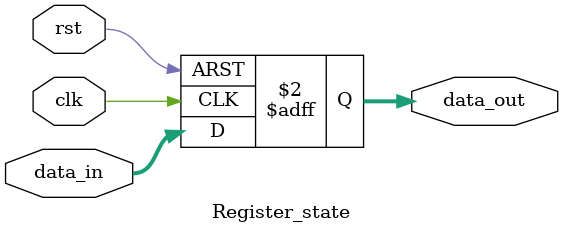
<source format=sv>
module Register_state(input clk, 
                input logic rst, 
                input [7:0] data_in, 
                output reg [7:0] data_out);

  // Proceso que maneja el registro
  always_ff @(posedge clk or posedge rst) begin
    if (rst)  
      data_out = 8'b0;
    else
      data_out = data_in; // Copia el dato de entrada a la salida
  end

endmodule



</source>
